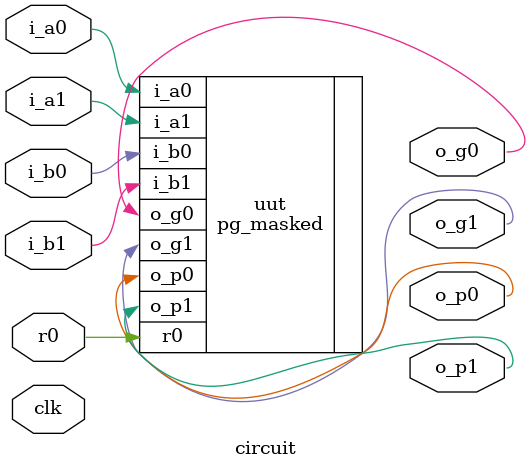
<source format=v>
module circuit (
  input  wire clk,      // Dummy clock for Prolead (combinational circuit)
  input  wire i_a0,
  input  wire i_a1,
  input  wire i_b0,
  input  wire i_b1,
  input  wire r0,
  output wire o_p0,
  output wire o_p1,
  output wire o_g0,
  output wire o_g1
);

  // ----------------------------------------------------------
  // Instantiate masked propagate/generate block
  // ----------------------------------------------------------
  pg_masked uut (
    .i_a0(i_a0),
    .i_a1(i_a1),
    .i_b0(i_b0),
    .i_b1(i_b1),
    .r0  (r0),
    .o_p0(o_p0),
    .o_p1(o_p1),
    .o_g0(o_g0),
    .o_g1(o_g1)
  );

endmodule

</source>
